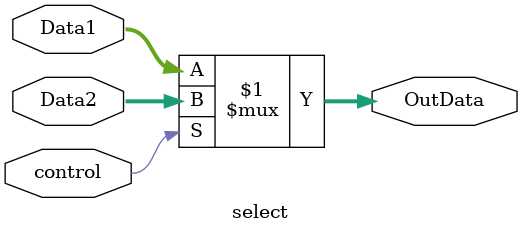
<source format=v>
module select(
	input [31:0] Data1,
	input [31:0] Data2,
	input control,
	output [31:0] OutData
);
	assign OutData=control?Data2:Data1;
endmodule
</source>
